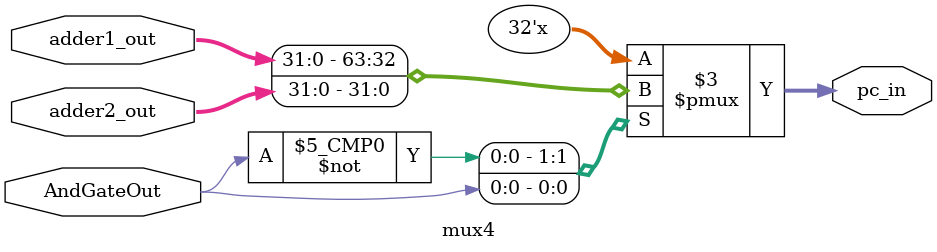
<source format=v>
module mux4(
    input [31:0] adder1_out, adder2_out,
    input AndGateOut,
    output reg [31:0] pc_in
);
    initial begin
        pc_in <= 0;
    end
    always @(*) begin
        case (AndGateOut)
            0: pc_in <= adder1_out;
            1: pc_in <= adder2_out;
        endcase
    end
endmodule
</source>
